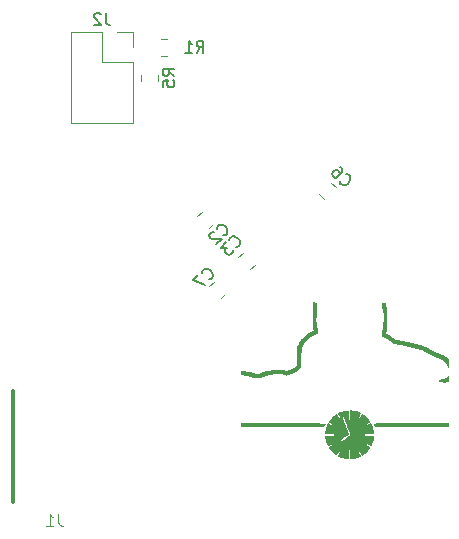
<source format=gbo>
G04 #@! TF.GenerationSoftware,KiCad,Pcbnew,(5.0.1)-4*
G04 #@! TF.CreationDate,2018-12-07T22:44:18-08:00*
G04 #@! TF.ProjectId,control_board,636F6E74726F6C5F626F6172642E6B69,rev?*
G04 #@! TF.SameCoordinates,Original*
G04 #@! TF.FileFunction,Legend,Bot*
G04 #@! TF.FilePolarity,Positive*
%FSLAX46Y46*%
G04 Gerber Fmt 4.6, Leading zero omitted, Abs format (unit mm)*
G04 Created by KiCad (PCBNEW (5.0.1)-4) date 12/7/2018 10:44:18 PM*
%MOMM*%
%LPD*%
G01*
G04 APERTURE LIST*
%ADD10C,0.120000*%
%ADD11C,0.350000*%
%ADD12C,0.010000*%
%ADD13C,0.150000*%
%ADD14C,0.050000*%
G04 APERTURE END LIST*
D10*
G04 #@! TO.C,R5*
X145822600Y-33597322D02*
X145822600Y-34114478D01*
X147242600Y-33597322D02*
X147242600Y-34114478D01*
D11*
G04 #@! TO.C,J1*
X134970800Y-69698600D02*
X134970800Y-60298600D01*
D10*
G04 #@! TO.C,C2*
X150569599Y-45530309D02*
X150935283Y-45164625D01*
X151573691Y-46534401D02*
X151939375Y-46168717D01*
G04 #@! TO.C,C3*
X155053491Y-50014201D02*
X155419175Y-49648517D01*
X154049399Y-49010109D02*
X154415083Y-48644425D01*
G04 #@! TO.C,J2*
X145094000Y-37626600D02*
X139894000Y-37626600D01*
X145094000Y-32486600D02*
X145094000Y-37626600D01*
X139894000Y-29886600D02*
X139894000Y-37626600D01*
X145094000Y-32486600D02*
X142494000Y-32486600D01*
X142494000Y-32486600D02*
X142494000Y-29886600D01*
X142494000Y-29886600D02*
X139894000Y-29886600D01*
X145094000Y-31216600D02*
X145094000Y-29886600D01*
X145094000Y-29886600D02*
X143764000Y-29886600D01*
G04 #@! TO.C,R1*
X147490922Y-31926600D02*
X148008078Y-31926600D01*
X147490922Y-30506600D02*
X148008078Y-30506600D01*
G04 #@! TO.C,C6*
X162282201Y-43041109D02*
X161916517Y-42675425D01*
X161278109Y-44045201D02*
X160912425Y-43679517D01*
G04 #@! TO.C,C7*
X151590625Y-51468883D02*
X151956309Y-51103199D01*
X152594717Y-52472975D02*
X152960401Y-52107291D01*
D12*
G04 #@! TO.C,G\002A\002A\002A*
G36*
X163525200Y-62738000D02*
X163322000Y-62738000D01*
X163322000Y-61976000D01*
X163226572Y-61976000D01*
X163146406Y-61983392D01*
X163042962Y-62003376D01*
X162926526Y-62032662D01*
X162807381Y-62067961D01*
X162695812Y-62105984D01*
X162602104Y-62143441D01*
X162536540Y-62177043D01*
X162509406Y-62203499D01*
X162509200Y-62205445D01*
X162521777Y-62241145D01*
X162553372Y-62300485D01*
X162568697Y-62325754D01*
X162627299Y-62420353D01*
X162660533Y-62481798D01*
X162670144Y-62519892D01*
X162657874Y-62544444D01*
X162625467Y-62565257D01*
X162612488Y-62572027D01*
X162557964Y-62598580D01*
X162526420Y-62610894D01*
X162525348Y-62611000D01*
X162508233Y-62590510D01*
X162473777Y-62536355D01*
X162428893Y-62459502D01*
X162420968Y-62445407D01*
X162328364Y-62279815D01*
X162173534Y-62400957D01*
X162080751Y-62480866D01*
X161980822Y-62578703D01*
X161885114Y-62682139D01*
X161804991Y-62778843D01*
X161751820Y-62856485D01*
X161749197Y-62861268D01*
X161742670Y-62888637D01*
X161759589Y-62916793D01*
X161807361Y-62953274D01*
X161887918Y-63002419D01*
X162051095Y-63097874D01*
X162012795Y-63171937D01*
X161970387Y-63230712D01*
X161921866Y-63242045D01*
X161860802Y-63212458D01*
X161806715Y-63177714D01*
X161735169Y-63133453D01*
X161717104Y-63122508D01*
X161623507Y-63066100D01*
X161568995Y-63187800D01*
X161522133Y-63309198D01*
X161479161Y-63450272D01*
X161444483Y-63593393D01*
X161422503Y-63720934D01*
X161417000Y-63796163D01*
X161417000Y-63906400D01*
X162179000Y-63906400D01*
X162179000Y-64109600D01*
X161417000Y-64109600D01*
X161417000Y-64207136D01*
X161426050Y-64301422D01*
X161450305Y-64425575D01*
X161485427Y-64562575D01*
X161527076Y-64695399D01*
X161568662Y-64802047D01*
X161622841Y-64922994D01*
X161742171Y-64855017D01*
X161813757Y-64812924D01*
X161867891Y-64778721D01*
X161885631Y-64765819D01*
X161936544Y-64745640D01*
X161984955Y-64775690D01*
X162012791Y-64818654D01*
X162051086Y-64892708D01*
X161930893Y-64962300D01*
X161831744Y-65019511D01*
X161771524Y-65059623D01*
X161746705Y-65093432D01*
X161753759Y-65131732D01*
X161789160Y-65185318D01*
X161837270Y-65248775D01*
X161900215Y-65324293D01*
X161980391Y-65408863D01*
X162068801Y-65494354D01*
X162156445Y-65572638D01*
X162234326Y-65635585D01*
X162293446Y-65675067D01*
X162319462Y-65684400D01*
X162344960Y-65663813D01*
X162385329Y-65609780D01*
X162431937Y-65533887D01*
X162433000Y-65532000D01*
X162477639Y-65456117D01*
X162513379Y-65401713D01*
X162532715Y-65380182D01*
X162533011Y-65380164D01*
X162561005Y-65394650D01*
X162608931Y-65428875D01*
X162610800Y-65430331D01*
X162674300Y-65479932D01*
X162591750Y-65631168D01*
X162550251Y-65708749D01*
X162520608Y-65767125D01*
X162509201Y-65793732D01*
X162509200Y-65793774D01*
X162532283Y-65815739D01*
X162594659Y-65845546D01*
X162686022Y-65880068D01*
X162796064Y-65916174D01*
X162914479Y-65950735D01*
X163030959Y-65980621D01*
X163135197Y-66002703D01*
X163216887Y-66013852D01*
X163236502Y-66014600D01*
X163320677Y-66014600D01*
X163327689Y-65627250D01*
X163334700Y-65239900D01*
X163429950Y-65232016D01*
X163525200Y-65224133D01*
X163525200Y-66014600D01*
X163620450Y-66012760D01*
X163691987Y-66005681D01*
X163792232Y-65988717D01*
X163900890Y-65965362D01*
X163913252Y-65962365D01*
X164028677Y-65930870D01*
X164143954Y-65894332D01*
X164234755Y-65860479D01*
X164237211Y-65859429D01*
X164363619Y-65805050D01*
X164316250Y-65725675D01*
X164269187Y-65645615D01*
X164221641Y-65563057D01*
X164220891Y-65561735D01*
X164172900Y-65477170D01*
X164232864Y-65428385D01*
X164281548Y-65393684D01*
X164313012Y-65379600D01*
X164334647Y-65399961D01*
X164373271Y-65453753D01*
X164421134Y-65530036D01*
X164428865Y-65543142D01*
X164524533Y-65706685D01*
X164634817Y-65627485D01*
X164720012Y-65558104D01*
X164822335Y-65462804D01*
X164927781Y-65355807D01*
X165022348Y-65251336D01*
X165092031Y-65163614D01*
X165093239Y-65161893D01*
X165147789Y-65083887D01*
X164984195Y-64989796D01*
X164905438Y-64943150D01*
X164847448Y-64906230D01*
X164821140Y-64886041D01*
X164820600Y-64884848D01*
X164832613Y-64843811D01*
X164860049Y-64792925D01*
X164890007Y-64753683D01*
X164904787Y-64744600D01*
X164938145Y-64756260D01*
X165001988Y-64786915D01*
X165082856Y-64830077D01*
X165087519Y-64832679D01*
X165245019Y-64920758D01*
X165310697Y-64750129D01*
X165370516Y-64581793D01*
X165410992Y-64432587D01*
X165438570Y-64277870D01*
X165443165Y-64243623D01*
X165460182Y-64110947D01*
X165070541Y-64103923D01*
X164680900Y-64096900D01*
X164680900Y-64032248D01*
X163557562Y-64032248D01*
X163514521Y-64072065D01*
X163508349Y-64076150D01*
X163463369Y-64106203D01*
X163385607Y-64159024D01*
X163284050Y-64228474D01*
X163167688Y-64308411D01*
X163096828Y-64357250D01*
X162981408Y-64436205D01*
X162880591Y-64503858D01*
X162801746Y-64555369D01*
X162752245Y-64585896D01*
X162739156Y-64592200D01*
X162714459Y-64573699D01*
X162674625Y-64527775D01*
X162663394Y-64512992D01*
X162629817Y-64455918D01*
X162626761Y-64420981D01*
X162630103Y-64417742D01*
X162658842Y-64398451D01*
X162721646Y-64355690D01*
X162810725Y-64294783D01*
X162918292Y-64221052D01*
X162985708Y-64174766D01*
X163316042Y-63947833D01*
X163270534Y-63819166D01*
X163248779Y-63758979D01*
X163212345Y-63659670D01*
X163164356Y-63529695D01*
X163107938Y-63377508D01*
X163046219Y-63211565D01*
X163006968Y-63106300D01*
X162946683Y-62944177D01*
X162892775Y-62798031D01*
X162847667Y-62674522D01*
X162813779Y-62580311D01*
X162793532Y-62522059D01*
X162788755Y-62506012D01*
X162809331Y-62486475D01*
X162833050Y-62477144D01*
X162895966Y-62456147D01*
X162918036Y-62447566D01*
X162948859Y-62449214D01*
X162977439Y-62487688D01*
X162999489Y-62539934D01*
X163019097Y-62592504D01*
X163053584Y-62685245D01*
X163100180Y-62810692D01*
X163156113Y-62961382D01*
X163218612Y-63129850D01*
X163284906Y-63308633D01*
X163285227Y-63309500D01*
X163350132Y-63483306D01*
X163410353Y-63642153D01*
X163463376Y-63779600D01*
X163506686Y-63889204D01*
X163537769Y-63964522D01*
X163554109Y-63999112D01*
X163554723Y-63999950D01*
X163557562Y-64032248D01*
X164680900Y-64032248D01*
X164680900Y-63919100D01*
X165071093Y-63912073D01*
X165461285Y-63905046D01*
X165444041Y-63759673D01*
X165425014Y-63640545D01*
X165396458Y-63512343D01*
X165361515Y-63384615D01*
X165323328Y-63266909D01*
X165285040Y-63168773D01*
X165249793Y-63099754D01*
X165220730Y-63069401D01*
X165216638Y-63068773D01*
X165182075Y-63081798D01*
X165119268Y-63115218D01*
X165049200Y-63157243D01*
X164909500Y-63245138D01*
X164865050Y-63191955D01*
X164825724Y-63125973D01*
X164833557Y-63074979D01*
X164877750Y-63039690D01*
X164935820Y-63006767D01*
X165009921Y-62962161D01*
X165030691Y-62949236D01*
X165089001Y-62908539D01*
X165110078Y-62877681D01*
X165101994Y-62843515D01*
X165099064Y-62837851D01*
X165060726Y-62783638D01*
X164994481Y-62706354D01*
X164910572Y-62616476D01*
X164819242Y-62524477D01*
X164730733Y-62440833D01*
X164655288Y-62376021D01*
X164626453Y-62354490D01*
X164519478Y-62280889D01*
X164441887Y-62414194D01*
X164386020Y-62510181D01*
X164348730Y-62569215D01*
X164321952Y-62597597D01*
X164297622Y-62601628D01*
X164267675Y-62587607D01*
X164240672Y-62571382D01*
X164162936Y-62525462D01*
X164254675Y-62361417D01*
X164300919Y-62276930D01*
X164324328Y-62225045D01*
X164327398Y-62194330D01*
X164312629Y-62173354D01*
X164298221Y-62162131D01*
X164235917Y-62129528D01*
X164137795Y-62092465D01*
X164018105Y-62055085D01*
X163891095Y-62021533D01*
X163771015Y-61995956D01*
X163684144Y-61983496D01*
X163525200Y-61968654D01*
X163525200Y-62738000D01*
X163525200Y-62738000D01*
G37*
X163525200Y-62738000D02*
X163322000Y-62738000D01*
X163322000Y-61976000D01*
X163226572Y-61976000D01*
X163146406Y-61983392D01*
X163042962Y-62003376D01*
X162926526Y-62032662D01*
X162807381Y-62067961D01*
X162695812Y-62105984D01*
X162602104Y-62143441D01*
X162536540Y-62177043D01*
X162509406Y-62203499D01*
X162509200Y-62205445D01*
X162521777Y-62241145D01*
X162553372Y-62300485D01*
X162568697Y-62325754D01*
X162627299Y-62420353D01*
X162660533Y-62481798D01*
X162670144Y-62519892D01*
X162657874Y-62544444D01*
X162625467Y-62565257D01*
X162612488Y-62572027D01*
X162557964Y-62598580D01*
X162526420Y-62610894D01*
X162525348Y-62611000D01*
X162508233Y-62590510D01*
X162473777Y-62536355D01*
X162428893Y-62459502D01*
X162420968Y-62445407D01*
X162328364Y-62279815D01*
X162173534Y-62400957D01*
X162080751Y-62480866D01*
X161980822Y-62578703D01*
X161885114Y-62682139D01*
X161804991Y-62778843D01*
X161751820Y-62856485D01*
X161749197Y-62861268D01*
X161742670Y-62888637D01*
X161759589Y-62916793D01*
X161807361Y-62953274D01*
X161887918Y-63002419D01*
X162051095Y-63097874D01*
X162012795Y-63171937D01*
X161970387Y-63230712D01*
X161921866Y-63242045D01*
X161860802Y-63212458D01*
X161806715Y-63177714D01*
X161735169Y-63133453D01*
X161717104Y-63122508D01*
X161623507Y-63066100D01*
X161568995Y-63187800D01*
X161522133Y-63309198D01*
X161479161Y-63450272D01*
X161444483Y-63593393D01*
X161422503Y-63720934D01*
X161417000Y-63796163D01*
X161417000Y-63906400D01*
X162179000Y-63906400D01*
X162179000Y-64109600D01*
X161417000Y-64109600D01*
X161417000Y-64207136D01*
X161426050Y-64301422D01*
X161450305Y-64425575D01*
X161485427Y-64562575D01*
X161527076Y-64695399D01*
X161568662Y-64802047D01*
X161622841Y-64922994D01*
X161742171Y-64855017D01*
X161813757Y-64812924D01*
X161867891Y-64778721D01*
X161885631Y-64765819D01*
X161936544Y-64745640D01*
X161984955Y-64775690D01*
X162012791Y-64818654D01*
X162051086Y-64892708D01*
X161930893Y-64962300D01*
X161831744Y-65019511D01*
X161771524Y-65059623D01*
X161746705Y-65093432D01*
X161753759Y-65131732D01*
X161789160Y-65185318D01*
X161837270Y-65248775D01*
X161900215Y-65324293D01*
X161980391Y-65408863D01*
X162068801Y-65494354D01*
X162156445Y-65572638D01*
X162234326Y-65635585D01*
X162293446Y-65675067D01*
X162319462Y-65684400D01*
X162344960Y-65663813D01*
X162385329Y-65609780D01*
X162431937Y-65533887D01*
X162433000Y-65532000D01*
X162477639Y-65456117D01*
X162513379Y-65401713D01*
X162532715Y-65380182D01*
X162533011Y-65380164D01*
X162561005Y-65394650D01*
X162608931Y-65428875D01*
X162610800Y-65430331D01*
X162674300Y-65479932D01*
X162591750Y-65631168D01*
X162550251Y-65708749D01*
X162520608Y-65767125D01*
X162509201Y-65793732D01*
X162509200Y-65793774D01*
X162532283Y-65815739D01*
X162594659Y-65845546D01*
X162686022Y-65880068D01*
X162796064Y-65916174D01*
X162914479Y-65950735D01*
X163030959Y-65980621D01*
X163135197Y-66002703D01*
X163216887Y-66013852D01*
X163236502Y-66014600D01*
X163320677Y-66014600D01*
X163327689Y-65627250D01*
X163334700Y-65239900D01*
X163429950Y-65232016D01*
X163525200Y-65224133D01*
X163525200Y-66014600D01*
X163620450Y-66012760D01*
X163691987Y-66005681D01*
X163792232Y-65988717D01*
X163900890Y-65965362D01*
X163913252Y-65962365D01*
X164028677Y-65930870D01*
X164143954Y-65894332D01*
X164234755Y-65860479D01*
X164237211Y-65859429D01*
X164363619Y-65805050D01*
X164316250Y-65725675D01*
X164269187Y-65645615D01*
X164221641Y-65563057D01*
X164220891Y-65561735D01*
X164172900Y-65477170D01*
X164232864Y-65428385D01*
X164281548Y-65393684D01*
X164313012Y-65379600D01*
X164334647Y-65399961D01*
X164373271Y-65453753D01*
X164421134Y-65530036D01*
X164428865Y-65543142D01*
X164524533Y-65706685D01*
X164634817Y-65627485D01*
X164720012Y-65558104D01*
X164822335Y-65462804D01*
X164927781Y-65355807D01*
X165022348Y-65251336D01*
X165092031Y-65163614D01*
X165093239Y-65161893D01*
X165147789Y-65083887D01*
X164984195Y-64989796D01*
X164905438Y-64943150D01*
X164847448Y-64906230D01*
X164821140Y-64886041D01*
X164820600Y-64884848D01*
X164832613Y-64843811D01*
X164860049Y-64792925D01*
X164890007Y-64753683D01*
X164904787Y-64744600D01*
X164938145Y-64756260D01*
X165001988Y-64786915D01*
X165082856Y-64830077D01*
X165087519Y-64832679D01*
X165245019Y-64920758D01*
X165310697Y-64750129D01*
X165370516Y-64581793D01*
X165410992Y-64432587D01*
X165438570Y-64277870D01*
X165443165Y-64243623D01*
X165460182Y-64110947D01*
X165070541Y-64103923D01*
X164680900Y-64096900D01*
X164680900Y-64032248D01*
X163557562Y-64032248D01*
X163514521Y-64072065D01*
X163508349Y-64076150D01*
X163463369Y-64106203D01*
X163385607Y-64159024D01*
X163284050Y-64228474D01*
X163167688Y-64308411D01*
X163096828Y-64357250D01*
X162981408Y-64436205D01*
X162880591Y-64503858D01*
X162801746Y-64555369D01*
X162752245Y-64585896D01*
X162739156Y-64592200D01*
X162714459Y-64573699D01*
X162674625Y-64527775D01*
X162663394Y-64512992D01*
X162629817Y-64455918D01*
X162626761Y-64420981D01*
X162630103Y-64417742D01*
X162658842Y-64398451D01*
X162721646Y-64355690D01*
X162810725Y-64294783D01*
X162918292Y-64221052D01*
X162985708Y-64174766D01*
X163316042Y-63947833D01*
X163270534Y-63819166D01*
X163248779Y-63758979D01*
X163212345Y-63659670D01*
X163164356Y-63529695D01*
X163107938Y-63377508D01*
X163046219Y-63211565D01*
X163006968Y-63106300D01*
X162946683Y-62944177D01*
X162892775Y-62798031D01*
X162847667Y-62674522D01*
X162813779Y-62580311D01*
X162793532Y-62522059D01*
X162788755Y-62506012D01*
X162809331Y-62486475D01*
X162833050Y-62477144D01*
X162895966Y-62456147D01*
X162918036Y-62447566D01*
X162948859Y-62449214D01*
X162977439Y-62487688D01*
X162999489Y-62539934D01*
X163019097Y-62592504D01*
X163053584Y-62685245D01*
X163100180Y-62810692D01*
X163156113Y-62961382D01*
X163218612Y-63129850D01*
X163284906Y-63308633D01*
X163285227Y-63309500D01*
X163350132Y-63483306D01*
X163410353Y-63642153D01*
X163463376Y-63779600D01*
X163506686Y-63889204D01*
X163537769Y-63964522D01*
X163554109Y-63999112D01*
X163554723Y-63999950D01*
X163557562Y-64032248D01*
X164680900Y-64032248D01*
X164680900Y-63919100D01*
X165071093Y-63912073D01*
X165461285Y-63905046D01*
X165444041Y-63759673D01*
X165425014Y-63640545D01*
X165396458Y-63512343D01*
X165361515Y-63384615D01*
X165323328Y-63266909D01*
X165285040Y-63168773D01*
X165249793Y-63099754D01*
X165220730Y-63069401D01*
X165216638Y-63068773D01*
X165182075Y-63081798D01*
X165119268Y-63115218D01*
X165049200Y-63157243D01*
X164909500Y-63245138D01*
X164865050Y-63191955D01*
X164825724Y-63125973D01*
X164833557Y-63074979D01*
X164877750Y-63039690D01*
X164935820Y-63006767D01*
X165009921Y-62962161D01*
X165030691Y-62949236D01*
X165089001Y-62908539D01*
X165110078Y-62877681D01*
X165101994Y-62843515D01*
X165099064Y-62837851D01*
X165060726Y-62783638D01*
X164994481Y-62706354D01*
X164910572Y-62616476D01*
X164819242Y-62524477D01*
X164730733Y-62440833D01*
X164655288Y-62376021D01*
X164626453Y-62354490D01*
X164519478Y-62280889D01*
X164441887Y-62414194D01*
X164386020Y-62510181D01*
X164348730Y-62569215D01*
X164321952Y-62597597D01*
X164297622Y-62601628D01*
X164267675Y-62587607D01*
X164240672Y-62571382D01*
X164162936Y-62525462D01*
X164254675Y-62361417D01*
X164300919Y-62276930D01*
X164324328Y-62225045D01*
X164327398Y-62194330D01*
X164312629Y-62173354D01*
X164298221Y-62162131D01*
X164235917Y-62129528D01*
X164137795Y-62092465D01*
X164018105Y-62055085D01*
X163891095Y-62021533D01*
X163771015Y-61995956D01*
X163684144Y-61983496D01*
X163525200Y-61968654D01*
X163525200Y-62738000D01*
G36*
X168675112Y-63053697D02*
X168279092Y-63056074D01*
X167897338Y-63058444D01*
X167532907Y-63060787D01*
X167188858Y-63063077D01*
X166868247Y-63065293D01*
X166574133Y-63067410D01*
X166309571Y-63069407D01*
X166077621Y-63071260D01*
X165881339Y-63072946D01*
X165723782Y-63074442D01*
X165608008Y-63075725D01*
X165537075Y-63076772D01*
X165514008Y-63077526D01*
X165518804Y-63102136D01*
X165536794Y-63159303D01*
X165551846Y-63202471D01*
X165594900Y-63322200D01*
X168262100Y-63316474D01*
X168636781Y-63315606D01*
X169004546Y-63314631D01*
X169361285Y-63313567D01*
X169702891Y-63312430D01*
X170025255Y-63311240D01*
X170324268Y-63310012D01*
X170595821Y-63308765D01*
X170835805Y-63307516D01*
X171040111Y-63306283D01*
X171204632Y-63305082D01*
X171325258Y-63303933D01*
X171380150Y-63303188D01*
X171831000Y-63295627D01*
X171831000Y-63035084D01*
X168675112Y-63053697D01*
X168675112Y-63053697D01*
G37*
X168675112Y-63053697D02*
X168279092Y-63056074D01*
X167897338Y-63058444D01*
X167532907Y-63060787D01*
X167188858Y-63063077D01*
X166868247Y-63065293D01*
X166574133Y-63067410D01*
X166309571Y-63069407D01*
X166077621Y-63071260D01*
X165881339Y-63072946D01*
X165723782Y-63074442D01*
X165608008Y-63075725D01*
X165537075Y-63076772D01*
X165514008Y-63077526D01*
X165518804Y-63102136D01*
X165536794Y-63159303D01*
X165551846Y-63202471D01*
X165594900Y-63322200D01*
X168262100Y-63316474D01*
X168636781Y-63315606D01*
X169004546Y-63314631D01*
X169361285Y-63313567D01*
X169702891Y-63312430D01*
X170025255Y-63311240D01*
X170324268Y-63310012D01*
X170595821Y-63308765D01*
X170835805Y-63307516D01*
X171040111Y-63306283D01*
X171204632Y-63305082D01*
X171325258Y-63303933D01*
X171380150Y-63303188D01*
X171831000Y-63295627D01*
X171831000Y-63035084D01*
X168675112Y-63053697D01*
G36*
X154279600Y-63322200D02*
X161254518Y-63322200D01*
X161306470Y-63199234D01*
X161358421Y-63076269D01*
X160505061Y-63059575D01*
X160358233Y-63057225D01*
X160165468Y-63054972D01*
X159931630Y-63052840D01*
X159661582Y-63050852D01*
X159360187Y-63049031D01*
X159032307Y-63047399D01*
X158682807Y-63045980D01*
X158316550Y-63044796D01*
X157938399Y-63043871D01*
X157553217Y-63043227D01*
X157165867Y-63042888D01*
X156965650Y-63042840D01*
X154279600Y-63042800D01*
X154279600Y-63322200D01*
X154279600Y-63322200D01*
G37*
X154279600Y-63322200D02*
X161254518Y-63322200D01*
X161306470Y-63199234D01*
X161358421Y-63076269D01*
X160505061Y-63059575D01*
X160358233Y-63057225D01*
X160165468Y-63054972D01*
X159931630Y-63052840D01*
X159661582Y-63050852D01*
X159360187Y-63049031D01*
X159032307Y-63047399D01*
X158682807Y-63045980D01*
X158316550Y-63044796D01*
X157938399Y-63043871D01*
X157553217Y-63043227D01*
X157165867Y-63042888D01*
X156965650Y-63042840D01*
X154279600Y-63042800D01*
X154279600Y-63322200D01*
G36*
X171813100Y-59099320D02*
X171813075Y-59099450D01*
X171784891Y-59147143D01*
X171753034Y-59156600D01*
X171712837Y-59172948D01*
X171704000Y-59194700D01*
X171688698Y-59220085D01*
X171636908Y-59231440D01*
X171592418Y-59232800D01*
X171507627Y-59241283D01*
X171467820Y-59267339D01*
X171466215Y-59270900D01*
X171436025Y-59296526D01*
X171366350Y-59307969D01*
X171323798Y-59309000D01*
X171243653Y-59313031D01*
X171204363Y-59327001D01*
X171196000Y-59347100D01*
X171173282Y-59377347D01*
X171119800Y-59385200D01*
X171064024Y-59393183D01*
X171044387Y-59422886D01*
X171043600Y-59436000D01*
X171051504Y-59475883D01*
X171062650Y-59483792D01*
X171096698Y-59482642D01*
X171164783Y-59482810D01*
X171227750Y-59483792D01*
X171314683Y-59488936D01*
X171360286Y-59501545D01*
X171373794Y-59524218D01*
X171373800Y-59524900D01*
X171393078Y-59553079D01*
X171454604Y-59562931D01*
X171462700Y-59563000D01*
X171528452Y-59554738D01*
X171551440Y-59528369D01*
X171551600Y-59524900D01*
X171566482Y-59499849D01*
X171617137Y-59488393D01*
X171666529Y-59486800D01*
X171740307Y-59482874D01*
X171780437Y-59465849D01*
X171803803Y-59427850D01*
X171806229Y-59421646D01*
X171819110Y-59361004D01*
X171826667Y-59271960D01*
X171827541Y-59199396D01*
X171824297Y-59128173D01*
X171819109Y-59092234D01*
X171813100Y-59099320D01*
X171813100Y-59099320D01*
G37*
X171813100Y-59099320D02*
X171813075Y-59099450D01*
X171784891Y-59147143D01*
X171753034Y-59156600D01*
X171712837Y-59172948D01*
X171704000Y-59194700D01*
X171688698Y-59220085D01*
X171636908Y-59231440D01*
X171592418Y-59232800D01*
X171507627Y-59241283D01*
X171467820Y-59267339D01*
X171466215Y-59270900D01*
X171436025Y-59296526D01*
X171366350Y-59307969D01*
X171323798Y-59309000D01*
X171243653Y-59313031D01*
X171204363Y-59327001D01*
X171196000Y-59347100D01*
X171173282Y-59377347D01*
X171119800Y-59385200D01*
X171064024Y-59393183D01*
X171044387Y-59422886D01*
X171043600Y-59436000D01*
X171051504Y-59475883D01*
X171062650Y-59483792D01*
X171096698Y-59482642D01*
X171164783Y-59482810D01*
X171227750Y-59483792D01*
X171314683Y-59488936D01*
X171360286Y-59501545D01*
X171373794Y-59524218D01*
X171373800Y-59524900D01*
X171393078Y-59553079D01*
X171454604Y-59562931D01*
X171462700Y-59563000D01*
X171528452Y-59554738D01*
X171551440Y-59528369D01*
X171551600Y-59524900D01*
X171566482Y-59499849D01*
X171617137Y-59488393D01*
X171666529Y-59486800D01*
X171740307Y-59482874D01*
X171780437Y-59465849D01*
X171803803Y-59427850D01*
X171806229Y-59421646D01*
X171819110Y-59361004D01*
X171826667Y-59271960D01*
X171827541Y-59199396D01*
X171824297Y-59128173D01*
X171819109Y-59092234D01*
X171813100Y-59099320D01*
G36*
X160363878Y-53306960D02*
X160354565Y-53625408D01*
X160346703Y-53897322D01*
X160340417Y-54126947D01*
X160335836Y-54318533D01*
X160333087Y-54476326D01*
X160332296Y-54604574D01*
X160333591Y-54707525D01*
X160337099Y-54789426D01*
X160342947Y-54854525D01*
X160351262Y-54907069D01*
X160362171Y-54951307D01*
X160375802Y-54991485D01*
X160392281Y-55031851D01*
X160411737Y-55076653D01*
X160417230Y-55089394D01*
X160439347Y-55146814D01*
X160447254Y-55179690D01*
X160446539Y-55181850D01*
X160411653Y-55203171D01*
X160343960Y-55237711D01*
X160257479Y-55278995D01*
X160166230Y-55320548D01*
X160084233Y-55355895D01*
X160025507Y-55378559D01*
X160012030Y-55382542D01*
X159959231Y-55409697D01*
X159884744Y-55467632D01*
X159799146Y-55547887D01*
X159777925Y-55569740D01*
X159702416Y-55648886D01*
X159637606Y-55716744D01*
X159593392Y-55762952D01*
X159582696Y-55774085D01*
X159545792Y-55809606D01*
X159486621Y-55863941D01*
X159445220Y-55901085D01*
X159391231Y-55957046D01*
X159338852Y-56030395D01*
X159282351Y-56130526D01*
X159215992Y-56266833D01*
X159197570Y-56306830D01*
X159054800Y-56619360D01*
X159054800Y-58085493D01*
X158974681Y-58157496D01*
X158904461Y-58221689D01*
X158836904Y-58285066D01*
X158828631Y-58293000D01*
X158771302Y-58335929D01*
X158680248Y-58390708D01*
X158568904Y-58450311D01*
X158450706Y-58507707D01*
X158339092Y-58555869D01*
X158292800Y-58573291D01*
X158129078Y-58613630D01*
X157989506Y-58610265D01*
X157915780Y-58586894D01*
X157842918Y-58568179D01*
X157728846Y-58556112D01*
X157582652Y-58550218D01*
X157413424Y-58550019D01*
X157230251Y-58555039D01*
X157042219Y-58564802D01*
X156858418Y-58578830D01*
X156687935Y-58596648D01*
X156539858Y-58617779D01*
X156423275Y-58641745D01*
X156347274Y-58668071D01*
X156345020Y-58669267D01*
X156277826Y-58693505D01*
X156234179Y-58699400D01*
X156175878Y-58710768D01*
X156102075Y-58738864D01*
X156086459Y-58746451D01*
X155950020Y-58809032D01*
X155827206Y-58846648D01*
X155692113Y-58866240D01*
X155621787Y-58870955D01*
X155497939Y-58872874D01*
X155410421Y-58862643D01*
X155349999Y-58840960D01*
X155281116Y-58812989D01*
X155222264Y-58801007D01*
X155221276Y-58801000D01*
X155165918Y-58788097D01*
X155097099Y-58756427D01*
X155086664Y-58750294D01*
X154993276Y-58712884D01*
X154868369Y-58698847D01*
X154851100Y-58698594D01*
X154756758Y-58692025D01*
X154674252Y-58676142D01*
X154635200Y-58661300D01*
X154574242Y-58640775D01*
X154486203Y-58627204D01*
X154425650Y-58624100D01*
X154279600Y-58623200D01*
X154279600Y-58874416D01*
X154400250Y-58882158D01*
X154481746Y-58893693D01*
X154514257Y-58914545D01*
X154514550Y-58921650D01*
X154526104Y-58938134D01*
X154572857Y-58948223D01*
X154660954Y-58952846D01*
X154724100Y-58953400D01*
X154829077Y-58954345D01*
X154893200Y-58958739D01*
X154926400Y-58968919D01*
X154938612Y-58987223D01*
X154940000Y-59004200D01*
X154946064Y-59033557D01*
X154972281Y-59048850D01*
X155030690Y-59054458D01*
X155079700Y-59055000D01*
X155163948Y-59058420D01*
X155207322Y-59070422D01*
X155219400Y-59093100D01*
X155226781Y-59109011D01*
X155253945Y-59119901D01*
X155308427Y-59126644D01*
X155397761Y-59130115D01*
X155529482Y-59131190D01*
X155547523Y-59131200D01*
X155674691Y-59132394D01*
X155785754Y-59135655D01*
X155869581Y-59140502D01*
X155915043Y-59146453D01*
X155917338Y-59147198D01*
X155955968Y-59143663D01*
X155972842Y-59110383D01*
X155992358Y-59075965D01*
X156036834Y-59057628D01*
X156104677Y-59049934D01*
X156183418Y-59039157D01*
X156218935Y-59018293D01*
X156222700Y-59004200D01*
X156238160Y-58979373D01*
X156289983Y-58964559D01*
X156356050Y-58958422D01*
X156441072Y-58948761D01*
X156482538Y-58930808D01*
X156489400Y-58913972D01*
X156492593Y-58897823D01*
X156507606Y-58886730D01*
X156542591Y-58879638D01*
X156605702Y-58875496D01*
X156705090Y-58873250D01*
X156813250Y-58872134D01*
X156889212Y-58864764D01*
X156920057Y-58843410D01*
X156921200Y-58836117D01*
X156929904Y-58822934D01*
X156960205Y-58813371D01*
X157018392Y-58806914D01*
X157110755Y-58803054D01*
X157243580Y-58801278D01*
X157353000Y-58801000D01*
X157513001Y-58801579D01*
X157628886Y-58803712D01*
X157707333Y-58807985D01*
X157755016Y-58814989D01*
X157778612Y-58825313D01*
X157784800Y-58839100D01*
X157800103Y-58864485D01*
X157851893Y-58875840D01*
X157896383Y-58877200D01*
X157981174Y-58885683D01*
X158020981Y-58911739D01*
X158022586Y-58915300D01*
X158056531Y-58949089D01*
X158076103Y-58953400D01*
X158110288Y-58933422D01*
X158115000Y-58915300D01*
X158130303Y-58889914D01*
X158182093Y-58878559D01*
X158226583Y-58877200D01*
X158311374Y-58868716D01*
X158351181Y-58842660D01*
X158352786Y-58839100D01*
X158386949Y-58811797D01*
X158464582Y-58801223D01*
X158482503Y-58801000D01*
X158558129Y-58796080D01*
X158592752Y-58779331D01*
X158597600Y-58762900D01*
X158616878Y-58734720D01*
X158678404Y-58724868D01*
X158686500Y-58724800D01*
X158747772Y-58719117D01*
X158772495Y-58696933D01*
X158775400Y-58674000D01*
X158783997Y-58640662D01*
X158818676Y-58626000D01*
X158876203Y-58623200D01*
X158940989Y-58619072D01*
X158964832Y-58603941D01*
X158962468Y-58585314D01*
X158969299Y-58545289D01*
X158988665Y-58531796D01*
X159024037Y-58500336D01*
X159029400Y-58480782D01*
X159049564Y-58448861D01*
X159064783Y-58445400D01*
X159103995Y-58424911D01*
X159114786Y-58407300D01*
X159148731Y-58373510D01*
X159168303Y-58369200D01*
X159202488Y-58349222D01*
X159207200Y-58331100D01*
X159228376Y-58300071D01*
X159258000Y-58293000D01*
X159272025Y-58291584D01*
X159283198Y-58283883D01*
X159291844Y-58264715D01*
X159298286Y-58228899D01*
X159302848Y-58171255D01*
X159305855Y-58086601D01*
X159307629Y-57969755D01*
X159308495Y-57815538D01*
X159308777Y-57618767D01*
X159308800Y-57480200D01*
X159309053Y-57252983D01*
X159309964Y-57071604D01*
X159311767Y-56931105D01*
X159314695Y-56826525D01*
X159318979Y-56752905D01*
X159324852Y-56705285D01*
X159332548Y-56678706D01*
X159342297Y-56668207D01*
X159346900Y-56667400D01*
X159375080Y-56648122D01*
X159384932Y-56586596D01*
X159385000Y-56578500D01*
X159393262Y-56512748D01*
X159419631Y-56489760D01*
X159423100Y-56489600D01*
X159453348Y-56466881D01*
X159461200Y-56413400D01*
X159472560Y-56352904D01*
X159499300Y-56337200D01*
X159527480Y-56317922D01*
X159537332Y-56256396D01*
X159537400Y-56248300D01*
X159543083Y-56187028D01*
X159565267Y-56162305D01*
X159588200Y-56159400D01*
X159630652Y-56141439D01*
X159639000Y-56108600D01*
X159656961Y-56066148D01*
X159689800Y-56057800D01*
X159731075Y-56047163D01*
X159740600Y-56032400D01*
X159761173Y-56009865D01*
X159778700Y-56007000D01*
X159809729Y-55985824D01*
X159816800Y-55956200D01*
X159832323Y-55915022D01*
X159854103Y-55905400D01*
X159879728Y-55888570D01*
X159876786Y-55867300D01*
X159880674Y-55836504D01*
X159915683Y-55829200D01*
X159959927Y-55812621D01*
X159969200Y-55778400D01*
X159987161Y-55735948D01*
X160020000Y-55727600D01*
X160062378Y-55709714D01*
X160070800Y-55676303D01*
X160080738Y-55639767D01*
X160119814Y-55634294D01*
X160135649Y-55636765D01*
X160194317Y-55633241D01*
X160214567Y-55611862D01*
X160249173Y-55584954D01*
X160311856Y-55575200D01*
X160376233Y-55565607D01*
X160405993Y-55532160D01*
X160408360Y-55524400D01*
X160435706Y-55485554D01*
X160497266Y-55473612D01*
X160500223Y-55473600D01*
X160561748Y-55462933D01*
X160578800Y-55435500D01*
X160601519Y-55405252D01*
X160655000Y-55397400D01*
X160731200Y-55397400D01*
X160731200Y-55191822D01*
X160729951Y-55088887D01*
X160724525Y-55025882D01*
X160712406Y-54991965D01*
X160691077Y-54976291D01*
X160680400Y-54972959D01*
X160643224Y-54948288D01*
X160629997Y-54892032D01*
X160629600Y-54873737D01*
X160623017Y-54816164D01*
X160606898Y-54788284D01*
X160604200Y-54787800D01*
X160594495Y-54762986D01*
X160586953Y-54690815D01*
X160581762Y-54574690D01*
X160579114Y-54418015D01*
X160578800Y-54330600D01*
X160579656Y-54158798D01*
X160582463Y-54032538D01*
X160587586Y-53946589D01*
X160595388Y-53895718D01*
X160606233Y-53874693D01*
X160610550Y-53873412D01*
X160621710Y-53861946D01*
X160629796Y-53824116D01*
X160635075Y-53754787D01*
X160637815Y-53648827D01*
X160638283Y-53501100D01*
X160637296Y-53359062D01*
X160632291Y-52844700D01*
X160505040Y-52837060D01*
X160377788Y-52829422D01*
X160363878Y-53306960D01*
X160363878Y-53306960D01*
G37*
X160363878Y-53306960D02*
X160354565Y-53625408D01*
X160346703Y-53897322D01*
X160340417Y-54126947D01*
X160335836Y-54318533D01*
X160333087Y-54476326D01*
X160332296Y-54604574D01*
X160333591Y-54707525D01*
X160337099Y-54789426D01*
X160342947Y-54854525D01*
X160351262Y-54907069D01*
X160362171Y-54951307D01*
X160375802Y-54991485D01*
X160392281Y-55031851D01*
X160411737Y-55076653D01*
X160417230Y-55089394D01*
X160439347Y-55146814D01*
X160447254Y-55179690D01*
X160446539Y-55181850D01*
X160411653Y-55203171D01*
X160343960Y-55237711D01*
X160257479Y-55278995D01*
X160166230Y-55320548D01*
X160084233Y-55355895D01*
X160025507Y-55378559D01*
X160012030Y-55382542D01*
X159959231Y-55409697D01*
X159884744Y-55467632D01*
X159799146Y-55547887D01*
X159777925Y-55569740D01*
X159702416Y-55648886D01*
X159637606Y-55716744D01*
X159593392Y-55762952D01*
X159582696Y-55774085D01*
X159545792Y-55809606D01*
X159486621Y-55863941D01*
X159445220Y-55901085D01*
X159391231Y-55957046D01*
X159338852Y-56030395D01*
X159282351Y-56130526D01*
X159215992Y-56266833D01*
X159197570Y-56306830D01*
X159054800Y-56619360D01*
X159054800Y-58085493D01*
X158974681Y-58157496D01*
X158904461Y-58221689D01*
X158836904Y-58285066D01*
X158828631Y-58293000D01*
X158771302Y-58335929D01*
X158680248Y-58390708D01*
X158568904Y-58450311D01*
X158450706Y-58507707D01*
X158339092Y-58555869D01*
X158292800Y-58573291D01*
X158129078Y-58613630D01*
X157989506Y-58610265D01*
X157915780Y-58586894D01*
X157842918Y-58568179D01*
X157728846Y-58556112D01*
X157582652Y-58550218D01*
X157413424Y-58550019D01*
X157230251Y-58555039D01*
X157042219Y-58564802D01*
X156858418Y-58578830D01*
X156687935Y-58596648D01*
X156539858Y-58617779D01*
X156423275Y-58641745D01*
X156347274Y-58668071D01*
X156345020Y-58669267D01*
X156277826Y-58693505D01*
X156234179Y-58699400D01*
X156175878Y-58710768D01*
X156102075Y-58738864D01*
X156086459Y-58746451D01*
X155950020Y-58809032D01*
X155827206Y-58846648D01*
X155692113Y-58866240D01*
X155621787Y-58870955D01*
X155497939Y-58872874D01*
X155410421Y-58862643D01*
X155349999Y-58840960D01*
X155281116Y-58812989D01*
X155222264Y-58801007D01*
X155221276Y-58801000D01*
X155165918Y-58788097D01*
X155097099Y-58756427D01*
X155086664Y-58750294D01*
X154993276Y-58712884D01*
X154868369Y-58698847D01*
X154851100Y-58698594D01*
X154756758Y-58692025D01*
X154674252Y-58676142D01*
X154635200Y-58661300D01*
X154574242Y-58640775D01*
X154486203Y-58627204D01*
X154425650Y-58624100D01*
X154279600Y-58623200D01*
X154279600Y-58874416D01*
X154400250Y-58882158D01*
X154481746Y-58893693D01*
X154514257Y-58914545D01*
X154514550Y-58921650D01*
X154526104Y-58938134D01*
X154572857Y-58948223D01*
X154660954Y-58952846D01*
X154724100Y-58953400D01*
X154829077Y-58954345D01*
X154893200Y-58958739D01*
X154926400Y-58968919D01*
X154938612Y-58987223D01*
X154940000Y-59004200D01*
X154946064Y-59033557D01*
X154972281Y-59048850D01*
X155030690Y-59054458D01*
X155079700Y-59055000D01*
X155163948Y-59058420D01*
X155207322Y-59070422D01*
X155219400Y-59093100D01*
X155226781Y-59109011D01*
X155253945Y-59119901D01*
X155308427Y-59126644D01*
X155397761Y-59130115D01*
X155529482Y-59131190D01*
X155547523Y-59131200D01*
X155674691Y-59132394D01*
X155785754Y-59135655D01*
X155869581Y-59140502D01*
X155915043Y-59146453D01*
X155917338Y-59147198D01*
X155955968Y-59143663D01*
X155972842Y-59110383D01*
X155992358Y-59075965D01*
X156036834Y-59057628D01*
X156104677Y-59049934D01*
X156183418Y-59039157D01*
X156218935Y-59018293D01*
X156222700Y-59004200D01*
X156238160Y-58979373D01*
X156289983Y-58964559D01*
X156356050Y-58958422D01*
X156441072Y-58948761D01*
X156482538Y-58930808D01*
X156489400Y-58913972D01*
X156492593Y-58897823D01*
X156507606Y-58886730D01*
X156542591Y-58879638D01*
X156605702Y-58875496D01*
X156705090Y-58873250D01*
X156813250Y-58872134D01*
X156889212Y-58864764D01*
X156920057Y-58843410D01*
X156921200Y-58836117D01*
X156929904Y-58822934D01*
X156960205Y-58813371D01*
X157018392Y-58806914D01*
X157110755Y-58803054D01*
X157243580Y-58801278D01*
X157353000Y-58801000D01*
X157513001Y-58801579D01*
X157628886Y-58803712D01*
X157707333Y-58807985D01*
X157755016Y-58814989D01*
X157778612Y-58825313D01*
X157784800Y-58839100D01*
X157800103Y-58864485D01*
X157851893Y-58875840D01*
X157896383Y-58877200D01*
X157981174Y-58885683D01*
X158020981Y-58911739D01*
X158022586Y-58915300D01*
X158056531Y-58949089D01*
X158076103Y-58953400D01*
X158110288Y-58933422D01*
X158115000Y-58915300D01*
X158130303Y-58889914D01*
X158182093Y-58878559D01*
X158226583Y-58877200D01*
X158311374Y-58868716D01*
X158351181Y-58842660D01*
X158352786Y-58839100D01*
X158386949Y-58811797D01*
X158464582Y-58801223D01*
X158482503Y-58801000D01*
X158558129Y-58796080D01*
X158592752Y-58779331D01*
X158597600Y-58762900D01*
X158616878Y-58734720D01*
X158678404Y-58724868D01*
X158686500Y-58724800D01*
X158747772Y-58719117D01*
X158772495Y-58696933D01*
X158775400Y-58674000D01*
X158783997Y-58640662D01*
X158818676Y-58626000D01*
X158876203Y-58623200D01*
X158940989Y-58619072D01*
X158964832Y-58603941D01*
X158962468Y-58585314D01*
X158969299Y-58545289D01*
X158988665Y-58531796D01*
X159024037Y-58500336D01*
X159029400Y-58480782D01*
X159049564Y-58448861D01*
X159064783Y-58445400D01*
X159103995Y-58424911D01*
X159114786Y-58407300D01*
X159148731Y-58373510D01*
X159168303Y-58369200D01*
X159202488Y-58349222D01*
X159207200Y-58331100D01*
X159228376Y-58300071D01*
X159258000Y-58293000D01*
X159272025Y-58291584D01*
X159283198Y-58283883D01*
X159291844Y-58264715D01*
X159298286Y-58228899D01*
X159302848Y-58171255D01*
X159305855Y-58086601D01*
X159307629Y-57969755D01*
X159308495Y-57815538D01*
X159308777Y-57618767D01*
X159308800Y-57480200D01*
X159309053Y-57252983D01*
X159309964Y-57071604D01*
X159311767Y-56931105D01*
X159314695Y-56826525D01*
X159318979Y-56752905D01*
X159324852Y-56705285D01*
X159332548Y-56678706D01*
X159342297Y-56668207D01*
X159346900Y-56667400D01*
X159375080Y-56648122D01*
X159384932Y-56586596D01*
X159385000Y-56578500D01*
X159393262Y-56512748D01*
X159419631Y-56489760D01*
X159423100Y-56489600D01*
X159453348Y-56466881D01*
X159461200Y-56413400D01*
X159472560Y-56352904D01*
X159499300Y-56337200D01*
X159527480Y-56317922D01*
X159537332Y-56256396D01*
X159537400Y-56248300D01*
X159543083Y-56187028D01*
X159565267Y-56162305D01*
X159588200Y-56159400D01*
X159630652Y-56141439D01*
X159639000Y-56108600D01*
X159656961Y-56066148D01*
X159689800Y-56057800D01*
X159731075Y-56047163D01*
X159740600Y-56032400D01*
X159761173Y-56009865D01*
X159778700Y-56007000D01*
X159809729Y-55985824D01*
X159816800Y-55956200D01*
X159832323Y-55915022D01*
X159854103Y-55905400D01*
X159879728Y-55888570D01*
X159876786Y-55867300D01*
X159880674Y-55836504D01*
X159915683Y-55829200D01*
X159959927Y-55812621D01*
X159969200Y-55778400D01*
X159987161Y-55735948D01*
X160020000Y-55727600D01*
X160062378Y-55709714D01*
X160070800Y-55676303D01*
X160080738Y-55639767D01*
X160119814Y-55634294D01*
X160135649Y-55636765D01*
X160194317Y-55633241D01*
X160214567Y-55611862D01*
X160249173Y-55584954D01*
X160311856Y-55575200D01*
X160376233Y-55565607D01*
X160405993Y-55532160D01*
X160408360Y-55524400D01*
X160435706Y-55485554D01*
X160497266Y-55473612D01*
X160500223Y-55473600D01*
X160561748Y-55462933D01*
X160578800Y-55435500D01*
X160601519Y-55405252D01*
X160655000Y-55397400D01*
X160731200Y-55397400D01*
X160731200Y-55191822D01*
X160729951Y-55088887D01*
X160724525Y-55025882D01*
X160712406Y-54991965D01*
X160691077Y-54976291D01*
X160680400Y-54972959D01*
X160643224Y-54948288D01*
X160629997Y-54892032D01*
X160629600Y-54873737D01*
X160623017Y-54816164D01*
X160606898Y-54788284D01*
X160604200Y-54787800D01*
X160594495Y-54762986D01*
X160586953Y-54690815D01*
X160581762Y-54574690D01*
X160579114Y-54418015D01*
X160578800Y-54330600D01*
X160579656Y-54158798D01*
X160582463Y-54032538D01*
X160587586Y-53946589D01*
X160595388Y-53895718D01*
X160606233Y-53874693D01*
X160610550Y-53873412D01*
X160621710Y-53861946D01*
X160629796Y-53824116D01*
X160635075Y-53754787D01*
X160637815Y-53648827D01*
X160638283Y-53501100D01*
X160637296Y-53359062D01*
X160632291Y-52844700D01*
X160505040Y-52837060D01*
X160377788Y-52829422D01*
X160363878Y-53306960D01*
G36*
X166192200Y-53047900D02*
X166193146Y-53152876D01*
X166197540Y-53216999D01*
X166207720Y-53250199D01*
X166226024Y-53262411D01*
X166243000Y-53263800D01*
X166272358Y-53269863D01*
X166287651Y-53296080D01*
X166293259Y-53354489D01*
X166293800Y-53403500D01*
X166297976Y-53480004D01*
X166308747Y-53530746D01*
X166319200Y-53543200D01*
X166328289Y-53568139D01*
X166335495Y-53641174D01*
X166340694Y-53759633D01*
X166343762Y-53920842D01*
X166344600Y-54089300D01*
X166343441Y-54284710D01*
X166340044Y-54439641D01*
X166334534Y-54551418D01*
X166327036Y-54617369D01*
X166319200Y-54635400D01*
X166307434Y-54659562D01*
X166298917Y-54727228D01*
X166294366Y-54831163D01*
X166293800Y-54891777D01*
X166292992Y-55008693D01*
X166289355Y-55084464D01*
X166281073Y-55128736D01*
X166266328Y-55151153D01*
X166243304Y-55161360D01*
X166243001Y-55161440D01*
X166218609Y-55172429D01*
X166203536Y-55196701D01*
X166195585Y-55244579D01*
X166192562Y-55326385D01*
X166192200Y-55400362D01*
X166192200Y-55626000D01*
X166268400Y-55626000D01*
X166324177Y-55633983D01*
X166343814Y-55663686D01*
X166344600Y-55676800D01*
X166354954Y-55712279D01*
X166394982Y-55726220D01*
X166430538Y-55727600D01*
X166495740Y-55736436D01*
X166526278Y-55767646D01*
X166529760Y-55778400D01*
X166552833Y-55814505D01*
X166605666Y-55828335D01*
X166634323Y-55829200D01*
X166701010Y-55837024D01*
X166725245Y-55862206D01*
X166725600Y-55867300D01*
X166739316Y-55901101D01*
X166751000Y-55905400D01*
X166772637Y-55926374D01*
X166776599Y-55949850D01*
X166799413Y-55992737D01*
X166856639Y-56030421D01*
X166932021Y-56054028D01*
X166974342Y-56057800D01*
X167030391Y-56076852D01*
X167048441Y-56108600D01*
X167071349Y-56149834D01*
X167090753Y-56159400D01*
X167126552Y-56178644D01*
X167147843Y-56204334D01*
X167176726Y-56231183D01*
X167228491Y-56243589D01*
X167316633Y-56244728D01*
X167319053Y-56244651D01*
X167400993Y-56244068D01*
X167444171Y-56251535D01*
X167460433Y-56270692D01*
X167462200Y-56288617D01*
X167466212Y-56310765D01*
X167484343Y-56324948D01*
X167525740Y-56332915D01*
X167599552Y-56336415D01*
X167714924Y-56337199D01*
X167716200Y-56337200D01*
X167831805Y-56337897D01*
X167905811Y-56341214D01*
X167947412Y-56348991D01*
X167965804Y-56363066D01*
X167970180Y-56385279D01*
X167970200Y-56388000D01*
X167974997Y-56414696D01*
X167996629Y-56429991D01*
X168045959Y-56436986D01*
X168133848Y-56438785D01*
X168148000Y-56438800D01*
X168239208Y-56442156D01*
X168302231Y-56451151D01*
X168325800Y-56464175D01*
X168325800Y-56464200D01*
X168349128Y-56477473D01*
X168410922Y-56486560D01*
X168490900Y-56489600D01*
X168580250Y-56491183D01*
X168630064Y-56498235D01*
X168651569Y-56514211D01*
X168656000Y-56540400D01*
X168660818Y-56567144D01*
X168682525Y-56582441D01*
X168732007Y-56589415D01*
X168820147Y-56591188D01*
X168833003Y-56591200D01*
X168926466Y-56592929D01*
X168978207Y-56599527D01*
X168997232Y-56613106D01*
X168995386Y-56629300D01*
X168995675Y-56649874D01*
X169022372Y-56661573D01*
X169084571Y-56666625D01*
X169150961Y-56667400D01*
X169243345Y-56669237D01*
X169296955Y-56676957D01*
X169323749Y-56693872D01*
X169334441Y-56718200D01*
X169353307Y-56751118D01*
X169396522Y-56766062D01*
X169459063Y-56769000D01*
X169526198Y-56773859D01*
X169565843Y-56786120D01*
X169570400Y-56792866D01*
X169592866Y-56810078D01*
X169648562Y-56822814D01*
X169665650Y-56824616D01*
X169729404Y-56835352D01*
X169753364Y-56857398D01*
X169753437Y-56876950D01*
X169757881Y-56905914D01*
X169791916Y-56918899D01*
X169848687Y-56921400D01*
X169919751Y-56927555D01*
X169949346Y-56948013D01*
X169951400Y-56959500D01*
X169973606Y-56990064D01*
X170017278Y-56997600D01*
X170076248Y-57014587D01*
X170096441Y-57048400D01*
X170121112Y-57085576D01*
X170177368Y-57098803D01*
X170195663Y-57099200D01*
X170256884Y-57106115D01*
X170280236Y-57130912D01*
X170281600Y-57144460D01*
X170301703Y-57182249D01*
X170351450Y-57195479D01*
X170405460Y-57207833D01*
X170429767Y-57226418D01*
X170458215Y-57243369D01*
X170516553Y-57251481D01*
X170525017Y-57251600D01*
X170585396Y-57257590D01*
X170609308Y-57280815D01*
X170611800Y-57302400D01*
X170621745Y-57337412D01*
X170660567Y-57351539D01*
X170700700Y-57353200D01*
X170766452Y-57361461D01*
X170789440Y-57387830D01*
X170789600Y-57391300D01*
X170803196Y-57415259D01*
X170850269Y-57426961D01*
X170916600Y-57429400D01*
X170992776Y-57432074D01*
X171030767Y-57443426D01*
X171043057Y-57468450D01*
X171043600Y-57480200D01*
X171055575Y-57517384D01*
X171100130Y-57530475D01*
X171119800Y-57531000D01*
X171176730Y-57539858D01*
X171195765Y-57570608D01*
X171196000Y-57576699D01*
X171205382Y-57606819D01*
X171242369Y-57615304D01*
X171284900Y-57612020D01*
X171346617Y-57610220D01*
X171371487Y-57627144D01*
X171373800Y-57642521D01*
X171394990Y-57676534D01*
X171424600Y-57683400D01*
X171466598Y-57700865D01*
X171475400Y-57736917D01*
X171486582Y-57775884D01*
X171513500Y-57775814D01*
X171545220Y-57780084D01*
X171551600Y-57808479D01*
X171569557Y-57855457D01*
X171589700Y-57870385D01*
X171623490Y-57904330D01*
X171627800Y-57923902D01*
X171647778Y-57958087D01*
X171665900Y-57962800D01*
X171696465Y-57985005D01*
X171704000Y-58028677D01*
X171721296Y-58088070D01*
X171753612Y-58107529D01*
X171783520Y-58124892D01*
X171801027Y-58165557D01*
X171810792Y-58241935D01*
X171812309Y-58263901D01*
X171815829Y-58292687D01*
X171819395Y-58275360D01*
X171822674Y-58216606D01*
X171825330Y-58121110D01*
X171826198Y-58069856D01*
X171827140Y-57924767D01*
X171824567Y-57820885D01*
X171817589Y-57748682D01*
X171805319Y-57698632D01*
X171788279Y-57663456D01*
X171695646Y-57549010D01*
X171571427Y-57444092D01*
X171435544Y-57365111D01*
X171340005Y-57317715D01*
X171245527Y-57264124D01*
X171209750Y-57241251D01*
X171136308Y-57200677D01*
X171067891Y-57177494D01*
X171048847Y-57175400D01*
X170995009Y-57163255D01*
X170915126Y-57131409D01*
X170826446Y-57086741D01*
X170826014Y-57086500D01*
X170740341Y-57042145D01*
X170666670Y-57010285D01*
X170620537Y-56997613D01*
X170619675Y-56997600D01*
X170564901Y-56983213D01*
X170510640Y-56953150D01*
X170427419Y-56899749D01*
X170312204Y-56834600D01*
X170177249Y-56763736D01*
X170034808Y-56693195D01*
X169897135Y-56629010D01*
X169776482Y-56577219D01*
X169685104Y-56543855D01*
X169672000Y-56540081D01*
X169577019Y-56509106D01*
X169484280Y-56470709D01*
X169465342Y-56461363D01*
X169382062Y-56429210D01*
X169298312Y-56412943D01*
X169287542Y-56412499D01*
X169206557Y-56400699D01*
X169138600Y-56375300D01*
X169069317Y-56350302D01*
X168986041Y-56338258D01*
X168978957Y-56338100D01*
X168894743Y-56325415D01*
X168819814Y-56295790D01*
X168815215Y-56292908D01*
X168754176Y-56266470D01*
X168663903Y-56242543D01*
X168581159Y-56228690D01*
X168430916Y-56210240D01*
X168321894Y-56195248D01*
X168244801Y-56181784D01*
X168190345Y-56167916D01*
X168149234Y-56151713D01*
X168112176Y-56131244D01*
X168112118Y-56131208D01*
X168035924Y-56099698D01*
X167931975Y-56085102D01*
X167862864Y-56083294D01*
X167743624Y-56077081D01*
X167657148Y-56056358D01*
X167608864Y-56032494D01*
X167520148Y-55996428D01*
X167422357Y-55981697D01*
X167421518Y-55981694D01*
X167336297Y-55970832D01*
X167266147Y-55930774D01*
X167236820Y-55904655D01*
X167168018Y-55852098D01*
X167096983Y-55817006D01*
X167080777Y-55812605D01*
X167003082Y-55773136D01*
X166955935Y-55718099D01*
X166889430Y-55648476D01*
X166776628Y-55576746D01*
X166733560Y-55554878D01*
X166639863Y-55507320D01*
X166557011Y-55461473D01*
X166502155Y-55426851D01*
X166500222Y-55425409D01*
X166461050Y-55392258D01*
X166455048Y-55363998D01*
X166479889Y-55318985D01*
X166487522Y-55307333D01*
X166511842Y-55253498D01*
X166531978Y-55170407D01*
X166548184Y-55054678D01*
X166560716Y-54902924D01*
X166569829Y-54711760D01*
X166575777Y-54477804D01*
X166578815Y-54197668D01*
X166579235Y-54089300D01*
X166578654Y-53841736D01*
X166575292Y-53639522D01*
X166568657Y-53477258D01*
X166558261Y-53349546D01*
X166543613Y-53250987D01*
X166524223Y-53176181D01*
X166499601Y-53119729D01*
X166489734Y-53103428D01*
X166460853Y-53033384D01*
X166446538Y-52947764D01*
X166446200Y-52934493D01*
X166446200Y-52832000D01*
X166192200Y-52832000D01*
X166192200Y-53047900D01*
X166192200Y-53047900D01*
G37*
X166192200Y-53047900D02*
X166193146Y-53152876D01*
X166197540Y-53216999D01*
X166207720Y-53250199D01*
X166226024Y-53262411D01*
X166243000Y-53263800D01*
X166272358Y-53269863D01*
X166287651Y-53296080D01*
X166293259Y-53354489D01*
X166293800Y-53403500D01*
X166297976Y-53480004D01*
X166308747Y-53530746D01*
X166319200Y-53543200D01*
X166328289Y-53568139D01*
X166335495Y-53641174D01*
X166340694Y-53759633D01*
X166343762Y-53920842D01*
X166344600Y-54089300D01*
X166343441Y-54284710D01*
X166340044Y-54439641D01*
X166334534Y-54551418D01*
X166327036Y-54617369D01*
X166319200Y-54635400D01*
X166307434Y-54659562D01*
X166298917Y-54727228D01*
X166294366Y-54831163D01*
X166293800Y-54891777D01*
X166292992Y-55008693D01*
X166289355Y-55084464D01*
X166281073Y-55128736D01*
X166266328Y-55151153D01*
X166243304Y-55161360D01*
X166243001Y-55161440D01*
X166218609Y-55172429D01*
X166203536Y-55196701D01*
X166195585Y-55244579D01*
X166192562Y-55326385D01*
X166192200Y-55400362D01*
X166192200Y-55626000D01*
X166268400Y-55626000D01*
X166324177Y-55633983D01*
X166343814Y-55663686D01*
X166344600Y-55676800D01*
X166354954Y-55712279D01*
X166394982Y-55726220D01*
X166430538Y-55727600D01*
X166495740Y-55736436D01*
X166526278Y-55767646D01*
X166529760Y-55778400D01*
X166552833Y-55814505D01*
X166605666Y-55828335D01*
X166634323Y-55829200D01*
X166701010Y-55837024D01*
X166725245Y-55862206D01*
X166725600Y-55867300D01*
X166739316Y-55901101D01*
X166751000Y-55905400D01*
X166772637Y-55926374D01*
X166776599Y-55949850D01*
X166799413Y-55992737D01*
X166856639Y-56030421D01*
X166932021Y-56054028D01*
X166974342Y-56057800D01*
X167030391Y-56076852D01*
X167048441Y-56108600D01*
X167071349Y-56149834D01*
X167090753Y-56159400D01*
X167126552Y-56178644D01*
X167147843Y-56204334D01*
X167176726Y-56231183D01*
X167228491Y-56243589D01*
X167316633Y-56244728D01*
X167319053Y-56244651D01*
X167400993Y-56244068D01*
X167444171Y-56251535D01*
X167460433Y-56270692D01*
X167462200Y-56288617D01*
X167466212Y-56310765D01*
X167484343Y-56324948D01*
X167525740Y-56332915D01*
X167599552Y-56336415D01*
X167714924Y-56337199D01*
X167716200Y-56337200D01*
X167831805Y-56337897D01*
X167905811Y-56341214D01*
X167947412Y-56348991D01*
X167965804Y-56363066D01*
X167970180Y-56385279D01*
X167970200Y-56388000D01*
X167974997Y-56414696D01*
X167996629Y-56429991D01*
X168045959Y-56436986D01*
X168133848Y-56438785D01*
X168148000Y-56438800D01*
X168239208Y-56442156D01*
X168302231Y-56451151D01*
X168325800Y-56464175D01*
X168325800Y-56464200D01*
X168349128Y-56477473D01*
X168410922Y-56486560D01*
X168490900Y-56489600D01*
X168580250Y-56491183D01*
X168630064Y-56498235D01*
X168651569Y-56514211D01*
X168656000Y-56540400D01*
X168660818Y-56567144D01*
X168682525Y-56582441D01*
X168732007Y-56589415D01*
X168820147Y-56591188D01*
X168833003Y-56591200D01*
X168926466Y-56592929D01*
X168978207Y-56599527D01*
X168997232Y-56613106D01*
X168995386Y-56629300D01*
X168995675Y-56649874D01*
X169022372Y-56661573D01*
X169084571Y-56666625D01*
X169150961Y-56667400D01*
X169243345Y-56669237D01*
X169296955Y-56676957D01*
X169323749Y-56693872D01*
X169334441Y-56718200D01*
X169353307Y-56751118D01*
X169396522Y-56766062D01*
X169459063Y-56769000D01*
X169526198Y-56773859D01*
X169565843Y-56786120D01*
X169570400Y-56792866D01*
X169592866Y-56810078D01*
X169648562Y-56822814D01*
X169665650Y-56824616D01*
X169729404Y-56835352D01*
X169753364Y-56857398D01*
X169753437Y-56876950D01*
X169757881Y-56905914D01*
X169791916Y-56918899D01*
X169848687Y-56921400D01*
X169919751Y-56927555D01*
X169949346Y-56948013D01*
X169951400Y-56959500D01*
X169973606Y-56990064D01*
X170017278Y-56997600D01*
X170076248Y-57014587D01*
X170096441Y-57048400D01*
X170121112Y-57085576D01*
X170177368Y-57098803D01*
X170195663Y-57099200D01*
X170256884Y-57106115D01*
X170280236Y-57130912D01*
X170281600Y-57144460D01*
X170301703Y-57182249D01*
X170351450Y-57195479D01*
X170405460Y-57207833D01*
X170429767Y-57226418D01*
X170458215Y-57243369D01*
X170516553Y-57251481D01*
X170525017Y-57251600D01*
X170585396Y-57257590D01*
X170609308Y-57280815D01*
X170611800Y-57302400D01*
X170621745Y-57337412D01*
X170660567Y-57351539D01*
X170700700Y-57353200D01*
X170766452Y-57361461D01*
X170789440Y-57387830D01*
X170789600Y-57391300D01*
X170803196Y-57415259D01*
X170850269Y-57426961D01*
X170916600Y-57429400D01*
X170992776Y-57432074D01*
X171030767Y-57443426D01*
X171043057Y-57468450D01*
X171043600Y-57480200D01*
X171055575Y-57517384D01*
X171100130Y-57530475D01*
X171119800Y-57531000D01*
X171176730Y-57539858D01*
X171195765Y-57570608D01*
X171196000Y-57576699D01*
X171205382Y-57606819D01*
X171242369Y-57615304D01*
X171284900Y-57612020D01*
X171346617Y-57610220D01*
X171371487Y-57627144D01*
X171373800Y-57642521D01*
X171394990Y-57676534D01*
X171424600Y-57683400D01*
X171466598Y-57700865D01*
X171475400Y-57736917D01*
X171486582Y-57775884D01*
X171513500Y-57775814D01*
X171545220Y-57780084D01*
X171551600Y-57808479D01*
X171569557Y-57855457D01*
X171589700Y-57870385D01*
X171623490Y-57904330D01*
X171627800Y-57923902D01*
X171647778Y-57958087D01*
X171665900Y-57962800D01*
X171696465Y-57985005D01*
X171704000Y-58028677D01*
X171721296Y-58088070D01*
X171753612Y-58107529D01*
X171783520Y-58124892D01*
X171801027Y-58165557D01*
X171810792Y-58241935D01*
X171812309Y-58263901D01*
X171815829Y-58292687D01*
X171819395Y-58275360D01*
X171822674Y-58216606D01*
X171825330Y-58121110D01*
X171826198Y-58069856D01*
X171827140Y-57924767D01*
X171824567Y-57820885D01*
X171817589Y-57748682D01*
X171805319Y-57698632D01*
X171788279Y-57663456D01*
X171695646Y-57549010D01*
X171571427Y-57444092D01*
X171435544Y-57365111D01*
X171340005Y-57317715D01*
X171245527Y-57264124D01*
X171209750Y-57241251D01*
X171136308Y-57200677D01*
X171067891Y-57177494D01*
X171048847Y-57175400D01*
X170995009Y-57163255D01*
X170915126Y-57131409D01*
X170826446Y-57086741D01*
X170826014Y-57086500D01*
X170740341Y-57042145D01*
X170666670Y-57010285D01*
X170620537Y-56997613D01*
X170619675Y-56997600D01*
X170564901Y-56983213D01*
X170510640Y-56953150D01*
X170427419Y-56899749D01*
X170312204Y-56834600D01*
X170177249Y-56763736D01*
X170034808Y-56693195D01*
X169897135Y-56629010D01*
X169776482Y-56577219D01*
X169685104Y-56543855D01*
X169672000Y-56540081D01*
X169577019Y-56509106D01*
X169484280Y-56470709D01*
X169465342Y-56461363D01*
X169382062Y-56429210D01*
X169298312Y-56412943D01*
X169287542Y-56412499D01*
X169206557Y-56400699D01*
X169138600Y-56375300D01*
X169069317Y-56350302D01*
X168986041Y-56338258D01*
X168978957Y-56338100D01*
X168894743Y-56325415D01*
X168819814Y-56295790D01*
X168815215Y-56292908D01*
X168754176Y-56266470D01*
X168663903Y-56242543D01*
X168581159Y-56228690D01*
X168430916Y-56210240D01*
X168321894Y-56195248D01*
X168244801Y-56181784D01*
X168190345Y-56167916D01*
X168149234Y-56151713D01*
X168112176Y-56131244D01*
X168112118Y-56131208D01*
X168035924Y-56099698D01*
X167931975Y-56085102D01*
X167862864Y-56083294D01*
X167743624Y-56077081D01*
X167657148Y-56056358D01*
X167608864Y-56032494D01*
X167520148Y-55996428D01*
X167422357Y-55981697D01*
X167421518Y-55981694D01*
X167336297Y-55970832D01*
X167266147Y-55930774D01*
X167236820Y-55904655D01*
X167168018Y-55852098D01*
X167096983Y-55817006D01*
X167080777Y-55812605D01*
X167003082Y-55773136D01*
X166955935Y-55718099D01*
X166889430Y-55648476D01*
X166776628Y-55576746D01*
X166733560Y-55554878D01*
X166639863Y-55507320D01*
X166557011Y-55461473D01*
X166502155Y-55426851D01*
X166500222Y-55425409D01*
X166461050Y-55392258D01*
X166455048Y-55363998D01*
X166479889Y-55318985D01*
X166487522Y-55307333D01*
X166511842Y-55253498D01*
X166531978Y-55170407D01*
X166548184Y-55054678D01*
X166560716Y-54902924D01*
X166569829Y-54711760D01*
X166575777Y-54477804D01*
X166578815Y-54197668D01*
X166579235Y-54089300D01*
X166578654Y-53841736D01*
X166575292Y-53639522D01*
X166568657Y-53477258D01*
X166558261Y-53349546D01*
X166543613Y-53250987D01*
X166524223Y-53176181D01*
X166499601Y-53119729D01*
X166489734Y-53103428D01*
X166460853Y-53033384D01*
X166446538Y-52947764D01*
X166446200Y-52934493D01*
X166446200Y-52832000D01*
X166192200Y-52832000D01*
X166192200Y-53047900D01*
G04 #@! TO.C,R5*
D13*
X148635980Y-33640733D02*
X148159790Y-33307400D01*
X148635980Y-33069304D02*
X147635980Y-33069304D01*
X147635980Y-33450257D01*
X147683600Y-33545495D01*
X147731219Y-33593114D01*
X147826457Y-33640733D01*
X147969314Y-33640733D01*
X148064552Y-33593114D01*
X148112171Y-33545495D01*
X148159790Y-33450257D01*
X148159790Y-33069304D01*
X147635980Y-34545495D02*
X147635980Y-34069304D01*
X148112171Y-34021685D01*
X148064552Y-34069304D01*
X148016933Y-34164542D01*
X148016933Y-34402638D01*
X148064552Y-34497876D01*
X148112171Y-34545495D01*
X148207409Y-34593114D01*
X148445504Y-34593114D01*
X148540742Y-34545495D01*
X148588361Y-34497876D01*
X148635980Y-34402638D01*
X148635980Y-34164542D01*
X148588361Y-34069304D01*
X148540742Y-34021685D01*
G04 #@! TO.C,J1*
D14*
X138792313Y-70740657D02*
X138792313Y-71455521D01*
X138839970Y-71598494D01*
X138935286Y-71693809D01*
X139078259Y-71741467D01*
X139173574Y-71741467D01*
X137791503Y-71741467D02*
X138363394Y-71741467D01*
X138077449Y-71741467D02*
X138077449Y-70740657D01*
X138172764Y-70883630D01*
X138268079Y-70978945D01*
X138363394Y-71026603D01*
G04 #@! TO.C,C2*
D13*
X152791602Y-47150926D02*
X152858945Y-47150926D01*
X152993632Y-47083582D01*
X153060976Y-47016239D01*
X153128319Y-46881551D01*
X153128319Y-46746864D01*
X153094648Y-46645849D01*
X152993632Y-46477490D01*
X152892617Y-46376475D01*
X152724258Y-46275460D01*
X152623243Y-46241788D01*
X152488556Y-46241788D01*
X152353869Y-46309132D01*
X152286525Y-46376475D01*
X152219182Y-46511162D01*
X152219182Y-46578506D01*
X151949808Y-46847880D02*
X151882464Y-46847880D01*
X151781449Y-46881551D01*
X151613090Y-47049910D01*
X151579419Y-47150926D01*
X151579419Y-47218269D01*
X151613090Y-47319284D01*
X151680434Y-47386628D01*
X151815121Y-47453971D01*
X152623243Y-47453971D01*
X152185510Y-47891704D01*
G04 #@! TO.C,C3*
X153862588Y-48140687D02*
X153929931Y-48140687D01*
X154064618Y-48073343D01*
X154131962Y-48006000D01*
X154199305Y-47871312D01*
X154199305Y-47736625D01*
X154165634Y-47635610D01*
X154064618Y-47467251D01*
X153963603Y-47366236D01*
X153795244Y-47265221D01*
X153694229Y-47231549D01*
X153559542Y-47231549D01*
X153424855Y-47298893D01*
X153357511Y-47366236D01*
X153290168Y-47500923D01*
X153290168Y-47568267D01*
X152987122Y-47736625D02*
X152549389Y-48174358D01*
X153054466Y-48208030D01*
X152953450Y-48309045D01*
X152919779Y-48410061D01*
X152919779Y-48477404D01*
X152953450Y-48578419D01*
X153121809Y-48746778D01*
X153222824Y-48780450D01*
X153290168Y-48780450D01*
X153391183Y-48746778D01*
X153593214Y-48544748D01*
X153626886Y-48443732D01*
X153626886Y-48376389D01*
G04 #@! TO.C,J2*
X142827333Y-28338980D02*
X142827333Y-29053266D01*
X142874952Y-29196123D01*
X142970190Y-29291361D01*
X143113047Y-29338980D01*
X143208285Y-29338980D01*
X142398761Y-28434219D02*
X142351142Y-28386600D01*
X142255904Y-28338980D01*
X142017809Y-28338980D01*
X141922571Y-28386600D01*
X141874952Y-28434219D01*
X141827333Y-28529457D01*
X141827333Y-28624695D01*
X141874952Y-28767552D01*
X142446380Y-29338980D01*
X141827333Y-29338980D01*
G04 #@! TO.C,R1*
X150509266Y-31668980D02*
X150842599Y-31192790D01*
X151080695Y-31668980D02*
X151080695Y-30668980D01*
X150699742Y-30668980D01*
X150604504Y-30716600D01*
X150556885Y-30764219D01*
X150509266Y-30859457D01*
X150509266Y-31002314D01*
X150556885Y-31097552D01*
X150604504Y-31145171D01*
X150699742Y-31192790D01*
X151080695Y-31192790D01*
X149556885Y-31668980D02*
X150128314Y-31668980D01*
X149842599Y-31668980D02*
X149842599Y-30668980D01*
X149937838Y-30811838D01*
X150033076Y-30907076D01*
X150128314Y-30954695D01*
G04 #@! TO.C,C6*
X162629351Y-42563976D02*
X162629351Y-42631319D01*
X162696695Y-42766006D01*
X162764038Y-42833350D01*
X162898726Y-42900693D01*
X163033413Y-42900693D01*
X163134428Y-42867022D01*
X163302787Y-42766006D01*
X163403802Y-42664991D01*
X163504817Y-42496632D01*
X163538489Y-42395617D01*
X163538489Y-42260930D01*
X163471145Y-42126243D01*
X163403802Y-42058899D01*
X163269115Y-41991556D01*
X163201771Y-41991556D01*
X162663023Y-41318121D02*
X162797710Y-41452808D01*
X162831382Y-41553823D01*
X162831382Y-41621167D01*
X162797710Y-41789525D01*
X162696695Y-41957884D01*
X162427321Y-42227258D01*
X162326306Y-42260930D01*
X162258962Y-42260930D01*
X162157947Y-42227258D01*
X162023260Y-42092571D01*
X161989588Y-41991556D01*
X161989588Y-41924212D01*
X162023260Y-41823197D01*
X162191619Y-41654838D01*
X162292634Y-41621167D01*
X162359977Y-41621167D01*
X162460993Y-41654838D01*
X162595680Y-41789525D01*
X162629351Y-41890541D01*
X162629351Y-41957884D01*
X162595680Y-42058899D01*
G04 #@! TO.C,C7*
X151533976Y-50879439D02*
X151601319Y-50879439D01*
X151736006Y-50812095D01*
X151803350Y-50744752D01*
X151870693Y-50610064D01*
X151870693Y-50475377D01*
X151837022Y-50374362D01*
X151736006Y-50206003D01*
X151634991Y-50104988D01*
X151466632Y-50003973D01*
X151365617Y-49970301D01*
X151230930Y-49970301D01*
X151096243Y-50037645D01*
X151028899Y-50104988D01*
X150961556Y-50239675D01*
X150961556Y-50307019D01*
X150658510Y-50475377D02*
X150187106Y-50946782D01*
X151197258Y-51350843D01*
G04 #@! TD*
M02*

</source>
